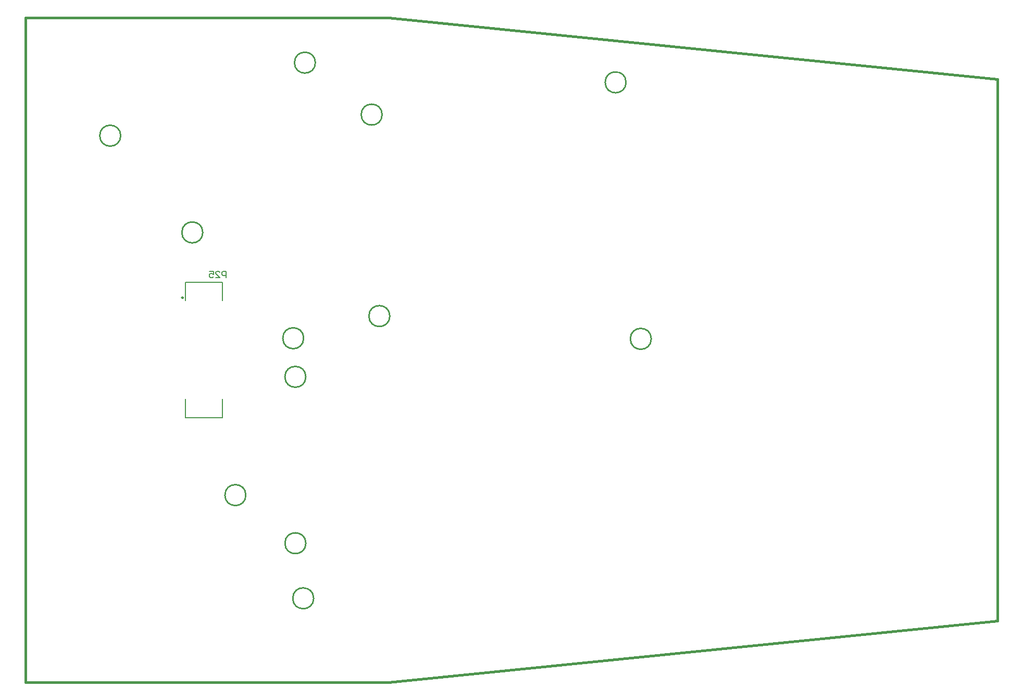
<source format=gbo>
G04 Layer_Color=32896*
%FSLAX44Y44*%
%MOMM*%
G71*
G01*
G75*
%ADD36C,0.3000*%
%ADD37C,0.2540*%
%ADD38C,0.4000*%
%ADD58C,0.2000*%
%ADD59C,0.1270*%
D36*
X466000Y885000D02*
G03*
X466000Y885000I-1000J0D01*
G01*
D37*
X665500Y756250D02*
G03*
X665500Y756250I-17000J0D01*
G01*
X662000Y819000D02*
G03*
X662000Y819000I-17000J0D01*
G01*
X498000Y991000D02*
G03*
X498000Y991000I-17000J0D01*
G01*
X568000Y564000D02*
G03*
X568000Y564000I-17000J0D01*
G01*
X665500Y485750D02*
G03*
X665500Y485750I-17000J0D01*
G01*
X1186000Y1235000D02*
G03*
X1186000Y1235000I-17000J0D01*
G01*
X789500Y1182500D02*
G03*
X789500Y1182500I-17000J0D01*
G01*
X1227000Y818000D02*
G03*
X1227000Y818000I-17000J0D01*
G01*
X681000Y1267000D02*
G03*
X681000Y1267000I-17000J0D01*
G01*
X802000Y855000D02*
G03*
X802000Y855000I-17000J0D01*
G01*
X364500Y1148250D02*
G03*
X364500Y1148250I-17000J0D01*
G01*
X678250Y396250D02*
G03*
X678250Y396250I-17000J0D01*
G01*
D38*
X1790000Y360000D02*
Y1240000D01*
X800000Y1340000D02*
X1790000Y1240000D01*
X210000Y1340000D02*
X800000D01*
Y260000D02*
X1790000Y360000D01*
X210000Y260000D02*
X800000D01*
X210000D02*
Y1340000D01*
D58*
X535432Y917702D02*
Y927699D01*
X530434D01*
X528768Y926033D01*
Y922700D01*
X530434Y921034D01*
X535432D01*
X518771Y917702D02*
X525435D01*
X518771Y924367D01*
Y926033D01*
X520437Y927699D01*
X523769D01*
X525435Y926033D01*
X508774Y927699D02*
X515438D01*
Y922700D01*
X512106Y924367D01*
X510440D01*
X508774Y922700D01*
Y919368D01*
X510440Y917702D01*
X513772D01*
X515438Y919368D01*
D59*
X470000Y690000D02*
Y720000D01*
Y690000D02*
X530000D01*
Y720000D01*
X470000Y880000D02*
Y910000D01*
X530000D01*
Y880000D02*
Y910000D01*
M02*

</source>
